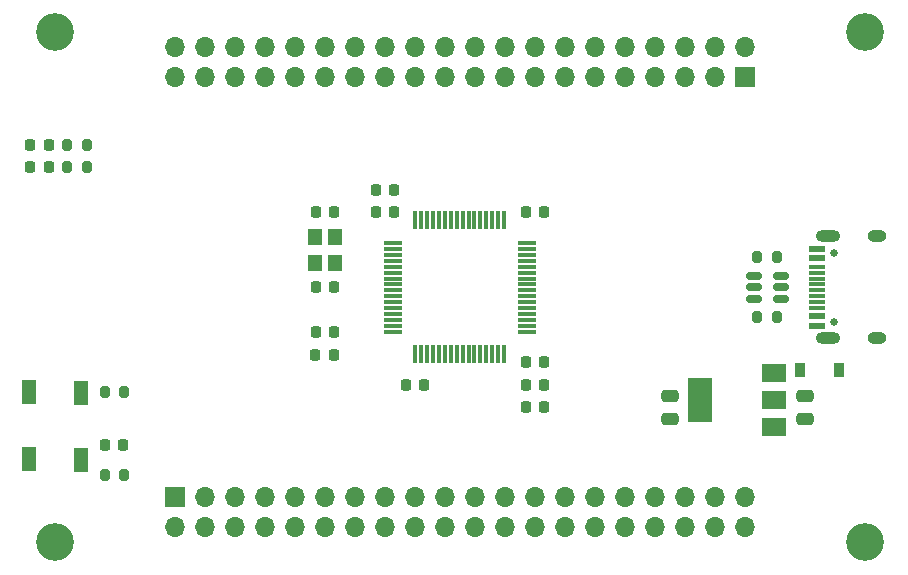
<source format=gbr>
G04 #@! TF.GenerationSoftware,KiCad,Pcbnew,6.0.7+dfsg-3*
G04 #@! TF.CreationDate,2022-10-14T13:09:43+08:00*
G04 #@! TF.ProjectId,mcustm32f446,6d637573-746d-4333-9266-3434362e6b69,a*
G04 #@! TF.SameCoordinates,PX6b302f8PY7aeef28*
G04 #@! TF.FileFunction,Soldermask,Top*
G04 #@! TF.FilePolarity,Negative*
%FSLAX46Y46*%
G04 Gerber Fmt 4.6, Leading zero omitted, Abs format (unit mm)*
G04 Created by KiCad (PCBNEW 6.0.7+dfsg-3) date 2022-10-14 13:09:43*
%MOMM*%
%LPD*%
G01*
G04 APERTURE LIST*
G04 Aperture macros list*
%AMRoundRect*
0 Rectangle with rounded corners*
0 $1 Rounding radius*
0 $2 $3 $4 $5 $6 $7 $8 $9 X,Y pos of 4 corners*
0 Add a 4 corners polygon primitive as box body*
4,1,4,$2,$3,$4,$5,$6,$7,$8,$9,$2,$3,0*
0 Add four circle primitives for the rounded corners*
1,1,$1+$1,$2,$3*
1,1,$1+$1,$4,$5*
1,1,$1+$1,$6,$7*
1,1,$1+$1,$8,$9*
0 Add four rect primitives between the rounded corners*
20,1,$1+$1,$2,$3,$4,$5,0*
20,1,$1+$1,$4,$5,$6,$7,0*
20,1,$1+$1,$6,$7,$8,$9,0*
20,1,$1+$1,$8,$9,$2,$3,0*%
G04 Aperture macros list end*
%ADD10R,0.900000X1.200000*%
%ADD11C,0.650000*%
%ADD12R,1.450000X0.600000*%
%ADD13R,1.450000X0.300000*%
%ADD14O,2.100000X1.000000*%
%ADD15O,1.600000X1.000000*%
%ADD16R,1.200000X2.000000*%
%ADD17RoundRect,0.225000X-0.225000X-0.250000X0.225000X-0.250000X0.225000X0.250000X-0.225000X0.250000X0*%
%ADD18RoundRect,0.225000X0.225000X0.250000X-0.225000X0.250000X-0.225000X-0.250000X0.225000X-0.250000X0*%
%ADD19R,2.000000X1.500000*%
%ADD20R,2.000000X3.800000*%
%ADD21RoundRect,0.250000X-0.475000X0.250000X-0.475000X-0.250000X0.475000X-0.250000X0.475000X0.250000X0*%
%ADD22RoundRect,0.218750X0.218750X0.256250X-0.218750X0.256250X-0.218750X-0.256250X0.218750X-0.256250X0*%
%ADD23RoundRect,0.200000X-0.200000X-0.275000X0.200000X-0.275000X0.200000X0.275000X-0.200000X0.275000X0*%
%ADD24RoundRect,0.150000X-0.512500X-0.150000X0.512500X-0.150000X0.512500X0.150000X-0.512500X0.150000X0*%
%ADD25RoundRect,0.200000X0.200000X0.275000X-0.200000X0.275000X-0.200000X-0.275000X0.200000X-0.275000X0*%
%ADD26R,1.200000X1.400000*%
%ADD27RoundRect,0.075000X-0.700000X-0.075000X0.700000X-0.075000X0.700000X0.075000X-0.700000X0.075000X0*%
%ADD28RoundRect,0.075000X-0.075000X-0.700000X0.075000X-0.700000X0.075000X0.700000X-0.075000X0.700000X0*%
%ADD29RoundRect,0.218750X-0.218750X-0.256250X0.218750X-0.256250X0.218750X0.256250X-0.218750X0.256250X0*%
%ADD30R,1.700000X1.700000*%
%ADD31O,1.700000X1.700000*%
%ADD32C,3.200000*%
G04 APERTURE END LIST*
D10*
G04 #@! TO.C,D1*
X68835000Y20320000D03*
X72135000Y20320000D03*
G04 #@! TD*
D11*
G04 #@! TO.C,J1*
X71695000Y30195000D03*
X71695000Y24415000D03*
D12*
X70250000Y24055000D03*
X70250000Y24855000D03*
D13*
X70250000Y26055000D03*
X70250000Y27055000D03*
X70250000Y27555000D03*
X70250000Y28555000D03*
D12*
X70250000Y29755000D03*
X70250000Y30555000D03*
X70250000Y30555000D03*
X70250000Y29755000D03*
D13*
X70250000Y29055000D03*
X70250000Y28055000D03*
X70250000Y26555000D03*
X70250000Y25555000D03*
D12*
X70250000Y24855000D03*
X70250000Y24055000D03*
D14*
X71165000Y31625000D03*
D15*
X75345000Y22985000D03*
D14*
X71165000Y22985000D03*
D15*
X75345000Y31625000D03*
G04 #@! TD*
D16*
G04 #@! TO.C,SW1*
X3515000Y12750000D03*
X7915000Y12700000D03*
G04 #@! TD*
G04 #@! TO.C,SW2*
X7915000Y18365000D03*
X3515000Y18415000D03*
G04 #@! TD*
D17*
G04 #@! TO.C,C6*
X45580000Y33655000D03*
X47130000Y33655000D03*
G04 #@! TD*
D18*
G04 #@! TO.C,C7*
X36970000Y19050000D03*
X35420000Y19050000D03*
G04 #@! TD*
D19*
G04 #@! TO.C,U1*
X66650000Y15480000D03*
X66650000Y17780000D03*
D20*
X60350000Y17780000D03*
D19*
X66650000Y20080000D03*
G04 #@! TD*
D21*
G04 #@! TO.C,C1*
X69215000Y18095000D03*
X69215000Y16195000D03*
G04 #@! TD*
D17*
G04 #@! TO.C,C10*
X9980000Y13970000D03*
X11530000Y13970000D03*
G04 #@! TD*
D22*
G04 #@! TO.C,D2*
X5232500Y39370000D03*
X3657500Y39370000D03*
G04 #@! TD*
G04 #@! TO.C,D3*
X5232500Y37465000D03*
X3657500Y37465000D03*
G04 #@! TD*
D23*
G04 #@! TO.C,R2*
X65215000Y29845000D03*
X66865000Y29845000D03*
G04 #@! TD*
G04 #@! TO.C,R5*
X6795000Y39370000D03*
X8445000Y39370000D03*
G04 #@! TD*
G04 #@! TO.C,R6*
X6795000Y37465000D03*
X8445000Y37465000D03*
G04 #@! TD*
D17*
G04 #@! TO.C,C11*
X27800000Y33655000D03*
X29350000Y33655000D03*
G04 #@! TD*
D18*
G04 #@! TO.C,C13*
X29350000Y27305000D03*
X27800000Y27305000D03*
G04 #@! TD*
D24*
G04 #@! TO.C,U2*
X64902500Y28255000D03*
X64902500Y27305000D03*
X64902500Y26355000D03*
X67177500Y26355000D03*
X67177500Y27305000D03*
X67177500Y28255000D03*
G04 #@! TD*
D17*
G04 #@! TO.C,C4*
X45580000Y20955000D03*
X47130000Y20955000D03*
G04 #@! TD*
G04 #@! TO.C,C12*
X45580000Y17145000D03*
X47130000Y17145000D03*
G04 #@! TD*
D25*
G04 #@! TO.C,R3*
X11620000Y11430000D03*
X9970000Y11430000D03*
G04 #@! TD*
D23*
G04 #@! TO.C,R4*
X9970000Y18415000D03*
X11620000Y18415000D03*
G04 #@! TD*
D26*
G04 #@! TO.C,Y1*
X27725000Y31580000D03*
X27725000Y29380000D03*
X29425000Y29380000D03*
X29425000Y31580000D03*
G04 #@! TD*
D21*
G04 #@! TO.C,C3*
X57785000Y18095000D03*
X57785000Y16195000D03*
G04 #@! TD*
D27*
G04 #@! TO.C,U3*
X34330000Y31055000D03*
X34330000Y30555000D03*
X34330000Y30055000D03*
X34330000Y29555000D03*
X34330000Y29055000D03*
X34330000Y28555000D03*
X34330000Y28055000D03*
X34330000Y27555000D03*
X34330000Y27055000D03*
X34330000Y26555000D03*
X34330000Y26055000D03*
X34330000Y25555000D03*
X34330000Y25055000D03*
X34330000Y24555000D03*
X34330000Y24055000D03*
X34330000Y23555000D03*
D28*
X36255000Y21630000D03*
X36755000Y21630000D03*
X37255000Y21630000D03*
X37755000Y21630000D03*
X38255000Y21630000D03*
X38755000Y21630000D03*
X39255000Y21630000D03*
X39755000Y21630000D03*
X40255000Y21630000D03*
X40755000Y21630000D03*
X41255000Y21630000D03*
X41755000Y21630000D03*
X42255000Y21630000D03*
X42755000Y21630000D03*
X43255000Y21630000D03*
X43755000Y21630000D03*
D27*
X45680000Y23555000D03*
X45680000Y24055000D03*
X45680000Y24555000D03*
X45680000Y25055000D03*
X45680000Y25555000D03*
X45680000Y26055000D03*
X45680000Y26555000D03*
X45680000Y27055000D03*
X45680000Y27555000D03*
X45680000Y28055000D03*
X45680000Y28555000D03*
X45680000Y29055000D03*
X45680000Y29555000D03*
X45680000Y30055000D03*
X45680000Y30555000D03*
X45680000Y31055000D03*
D28*
X43755000Y32980000D03*
X43255000Y32980000D03*
X42755000Y32980000D03*
X42255000Y32980000D03*
X41755000Y32980000D03*
X41255000Y32980000D03*
X40755000Y32980000D03*
X40255000Y32980000D03*
X39755000Y32980000D03*
X39255000Y32980000D03*
X38755000Y32980000D03*
X38255000Y32980000D03*
X37755000Y32980000D03*
X37255000Y32980000D03*
X36755000Y32980000D03*
X36255000Y32980000D03*
G04 #@! TD*
D17*
G04 #@! TO.C,C9*
X45580000Y19050000D03*
X47130000Y19050000D03*
G04 #@! TD*
D29*
G04 #@! TO.C,FB1*
X27787500Y21590000D03*
X29362500Y21590000D03*
G04 #@! TD*
D23*
G04 #@! TO.C,R1*
X65215000Y24765000D03*
X66865000Y24765000D03*
G04 #@! TD*
D30*
G04 #@! TO.C,J3*
X64135000Y45085000D03*
D31*
X64135000Y47625000D03*
X61595000Y45085000D03*
X61595000Y47625000D03*
X59055000Y45085000D03*
X59055000Y47625000D03*
X56515000Y45085000D03*
X56515000Y47625000D03*
X53975000Y45085000D03*
X53975000Y47625000D03*
X51435000Y45085000D03*
X51435000Y47625000D03*
X48895000Y45085000D03*
X48895000Y47625000D03*
X46355000Y45085000D03*
X46355000Y47625000D03*
X43815000Y45085000D03*
X43815000Y47625000D03*
X41275000Y45085000D03*
X41275000Y47625000D03*
X38735000Y45085000D03*
X38735000Y47625000D03*
X36195000Y45085000D03*
X36195000Y47625000D03*
X33655000Y45085000D03*
X33655000Y47625000D03*
X31115000Y45085000D03*
X31115000Y47625000D03*
X28575000Y45085000D03*
X28575000Y47625000D03*
X26035000Y45085000D03*
X26035000Y47625000D03*
X23495000Y45085000D03*
X23495000Y47625000D03*
X20955000Y45085000D03*
X20955000Y47625000D03*
X18415000Y45085000D03*
X18415000Y47625000D03*
X15875000Y45085000D03*
X15875000Y47625000D03*
G04 #@! TD*
D18*
G04 #@! TO.C,C2*
X34430000Y33655000D03*
X32880000Y33655000D03*
G04 #@! TD*
D30*
G04 #@! TO.C,J2*
X15875000Y9525000D03*
D31*
X15875000Y6985000D03*
X18415000Y9525000D03*
X18415000Y6985000D03*
X20955000Y9525000D03*
X20955000Y6985000D03*
X23495000Y9525000D03*
X23495000Y6985000D03*
X26035000Y9525000D03*
X26035000Y6985000D03*
X28575000Y9525000D03*
X28575000Y6985000D03*
X31115000Y9525000D03*
X31115000Y6985000D03*
X33655000Y9525000D03*
X33655000Y6985000D03*
X36195000Y9525000D03*
X36195000Y6985000D03*
X38735000Y9525000D03*
X38735000Y6985000D03*
X41275000Y9525000D03*
X41275000Y6985000D03*
X43815000Y9525000D03*
X43815000Y6985000D03*
X46355000Y9525000D03*
X46355000Y6985000D03*
X48895000Y9525000D03*
X48895000Y6985000D03*
X51435000Y9525000D03*
X51435000Y6985000D03*
X53975000Y9525000D03*
X53975000Y6985000D03*
X56515000Y9525000D03*
X56515000Y6985000D03*
X59055000Y9525000D03*
X59055000Y6985000D03*
X61595000Y9525000D03*
X61595000Y6985000D03*
X64135000Y9525000D03*
X64135000Y6985000D03*
G04 #@! TD*
D32*
G04 #@! TO.C,J4*
X5715000Y48895000D03*
X5715000Y5715000D03*
X74295000Y48895000D03*
X74295000Y5715000D03*
G04 #@! TD*
D18*
G04 #@! TO.C,C5*
X34430000Y35560000D03*
X32880000Y35560000D03*
G04 #@! TD*
G04 #@! TO.C,C8*
X29350000Y23495000D03*
X27800000Y23495000D03*
G04 #@! TD*
M02*

</source>
